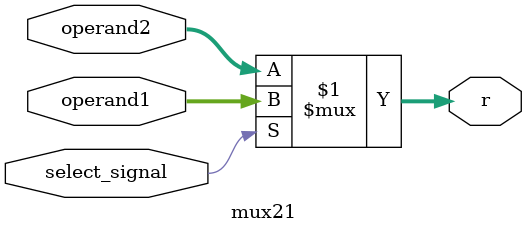
<source format=v>
module mux21 (
    input [31:0] operand1,
    input [31:0] operand2,
    output [31:0] r,
    input select_signal
    
);
//this module serves versatile functions, we use it to get the operand_a and operand b for alu
assign r=select_signal? operand1:operand2;

endmodule //mux21
</source>
